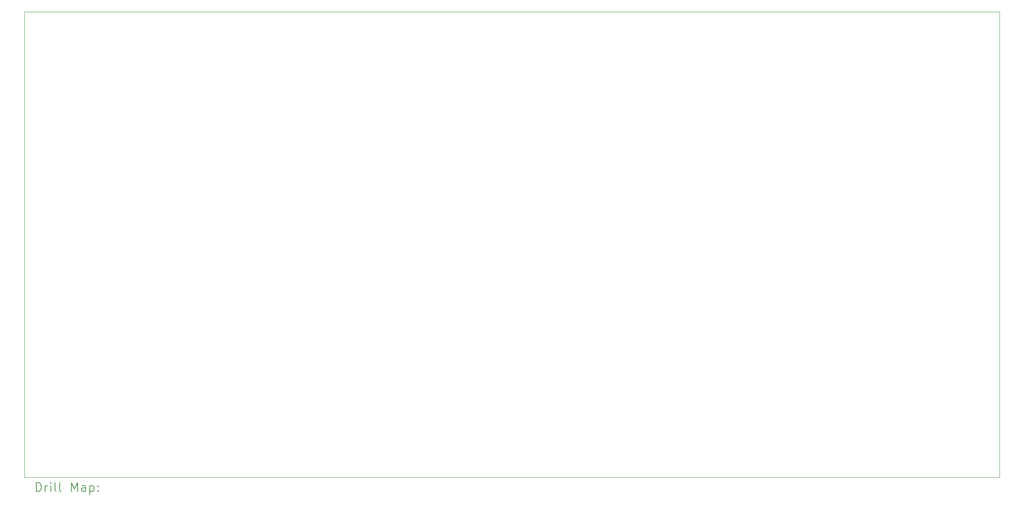
<source format=gbr>
%TF.GenerationSoftware,KiCad,Pcbnew,8.0.8*%
%TF.CreationDate,2025-03-17T17:13:02+00:00*%
%TF.ProjectId,memlnaut_0_1_backplate,6d656d6c-6e61-4757-945f-305f315f6261,rev?*%
%TF.SameCoordinates,Original*%
%TF.FileFunction,Drillmap*%
%TF.FilePolarity,Positive*%
%FSLAX45Y45*%
G04 Gerber Fmt 4.5, Leading zero omitted, Abs format (unit mm)*
G04 Created by KiCad (PCBNEW 8.0.8) date 2025-03-17 17:13:02*
%MOMM*%
%LPD*%
G01*
G04 APERTURE LIST*
%ADD10C,0.050000*%
%ADD11C,0.200000*%
G04 APERTURE END LIST*
D10*
X5600000Y-4140000D02*
X27203000Y-4140000D01*
X27203000Y-14451000D01*
X5600000Y-14451000D01*
X5600000Y-4140000D01*
D11*
X5858277Y-14764984D02*
X5858277Y-14564984D01*
X5858277Y-14564984D02*
X5905896Y-14564984D01*
X5905896Y-14564984D02*
X5934467Y-14574508D01*
X5934467Y-14574508D02*
X5953515Y-14593555D01*
X5953515Y-14593555D02*
X5963039Y-14612603D01*
X5963039Y-14612603D02*
X5972562Y-14650698D01*
X5972562Y-14650698D02*
X5972562Y-14679269D01*
X5972562Y-14679269D02*
X5963039Y-14717365D01*
X5963039Y-14717365D02*
X5953515Y-14736412D01*
X5953515Y-14736412D02*
X5934467Y-14755460D01*
X5934467Y-14755460D02*
X5905896Y-14764984D01*
X5905896Y-14764984D02*
X5858277Y-14764984D01*
X6058277Y-14764984D02*
X6058277Y-14631650D01*
X6058277Y-14669746D02*
X6067801Y-14650698D01*
X6067801Y-14650698D02*
X6077324Y-14641174D01*
X6077324Y-14641174D02*
X6096372Y-14631650D01*
X6096372Y-14631650D02*
X6115420Y-14631650D01*
X6182086Y-14764984D02*
X6182086Y-14631650D01*
X6182086Y-14564984D02*
X6172562Y-14574508D01*
X6172562Y-14574508D02*
X6182086Y-14584031D01*
X6182086Y-14584031D02*
X6191610Y-14574508D01*
X6191610Y-14574508D02*
X6182086Y-14564984D01*
X6182086Y-14564984D02*
X6182086Y-14584031D01*
X6305896Y-14764984D02*
X6286848Y-14755460D01*
X6286848Y-14755460D02*
X6277324Y-14736412D01*
X6277324Y-14736412D02*
X6277324Y-14564984D01*
X6410658Y-14764984D02*
X6391610Y-14755460D01*
X6391610Y-14755460D02*
X6382086Y-14736412D01*
X6382086Y-14736412D02*
X6382086Y-14564984D01*
X6639229Y-14764984D02*
X6639229Y-14564984D01*
X6639229Y-14564984D02*
X6705896Y-14707841D01*
X6705896Y-14707841D02*
X6772562Y-14564984D01*
X6772562Y-14564984D02*
X6772562Y-14764984D01*
X6953515Y-14764984D02*
X6953515Y-14660222D01*
X6953515Y-14660222D02*
X6943991Y-14641174D01*
X6943991Y-14641174D02*
X6924943Y-14631650D01*
X6924943Y-14631650D02*
X6886848Y-14631650D01*
X6886848Y-14631650D02*
X6867801Y-14641174D01*
X6953515Y-14755460D02*
X6934467Y-14764984D01*
X6934467Y-14764984D02*
X6886848Y-14764984D01*
X6886848Y-14764984D02*
X6867801Y-14755460D01*
X6867801Y-14755460D02*
X6858277Y-14736412D01*
X6858277Y-14736412D02*
X6858277Y-14717365D01*
X6858277Y-14717365D02*
X6867801Y-14698317D01*
X6867801Y-14698317D02*
X6886848Y-14688793D01*
X6886848Y-14688793D02*
X6934467Y-14688793D01*
X6934467Y-14688793D02*
X6953515Y-14679269D01*
X7048753Y-14631650D02*
X7048753Y-14831650D01*
X7048753Y-14641174D02*
X7067801Y-14631650D01*
X7067801Y-14631650D02*
X7105896Y-14631650D01*
X7105896Y-14631650D02*
X7124943Y-14641174D01*
X7124943Y-14641174D02*
X7134467Y-14650698D01*
X7134467Y-14650698D02*
X7143991Y-14669746D01*
X7143991Y-14669746D02*
X7143991Y-14726888D01*
X7143991Y-14726888D02*
X7134467Y-14745936D01*
X7134467Y-14745936D02*
X7124943Y-14755460D01*
X7124943Y-14755460D02*
X7105896Y-14764984D01*
X7105896Y-14764984D02*
X7067801Y-14764984D01*
X7067801Y-14764984D02*
X7048753Y-14755460D01*
X7229705Y-14745936D02*
X7239229Y-14755460D01*
X7239229Y-14755460D02*
X7229705Y-14764984D01*
X7229705Y-14764984D02*
X7220182Y-14755460D01*
X7220182Y-14755460D02*
X7229705Y-14745936D01*
X7229705Y-14745936D02*
X7229705Y-14764984D01*
X7229705Y-14641174D02*
X7239229Y-14650698D01*
X7239229Y-14650698D02*
X7229705Y-14660222D01*
X7229705Y-14660222D02*
X7220182Y-14650698D01*
X7220182Y-14650698D02*
X7229705Y-14641174D01*
X7229705Y-14641174D02*
X7229705Y-14660222D01*
M02*

</source>
